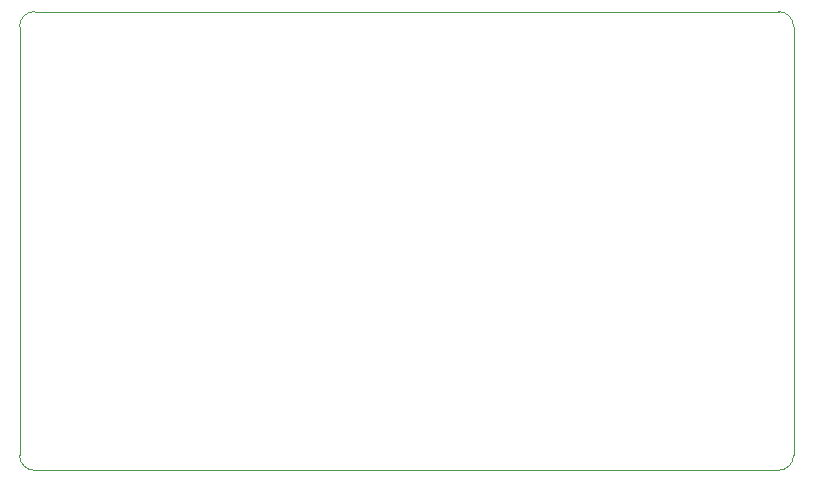
<source format=gbo>
G04*
G04 #@! TF.GenerationSoftware,Altium Limited,Altium Designer,22.2.1 (43)*
G04*
G04 Layer_Color=3707366*
%FSLAX25Y25*%
%MOIN*%
G70*
G04*
G04 #@! TF.SameCoordinates,9D487286-0820-45C8-B7CC-BF608446F30D*
G04*
G04*
G04 #@! TF.FilePolarity,Positive*
G04*
G01*
G75*
%ADD17C,0.00100*%
D17*
X100000Y105000D02*
G03*
X105000Y100000I5000J0D01*
G01*
X353000D02*
G03*
X358000Y105000I0J5000D01*
G01*
Y247953D02*
G03*
X353000Y252953I-5000J0D01*
G01*
X105000D02*
G03*
X100000Y247953I0J-5000D01*
G01*
Y105000D02*
Y108661D01*
X105000Y100000D02*
X108661D01*
X348031D02*
X353000D01*
X358000Y105000D02*
Y109968D01*
Y240425D02*
Y247953D01*
X345472Y252953D02*
X353000D01*
X105000D02*
X111221D01*
X100000Y241732D02*
Y247953D01*
X108661Y100000D02*
X348031D01*
X358000Y109968D02*
Y240425D01*
X100000Y108661D02*
Y241732D01*
X111221Y252953D02*
X345472D01*
M02*

</source>
